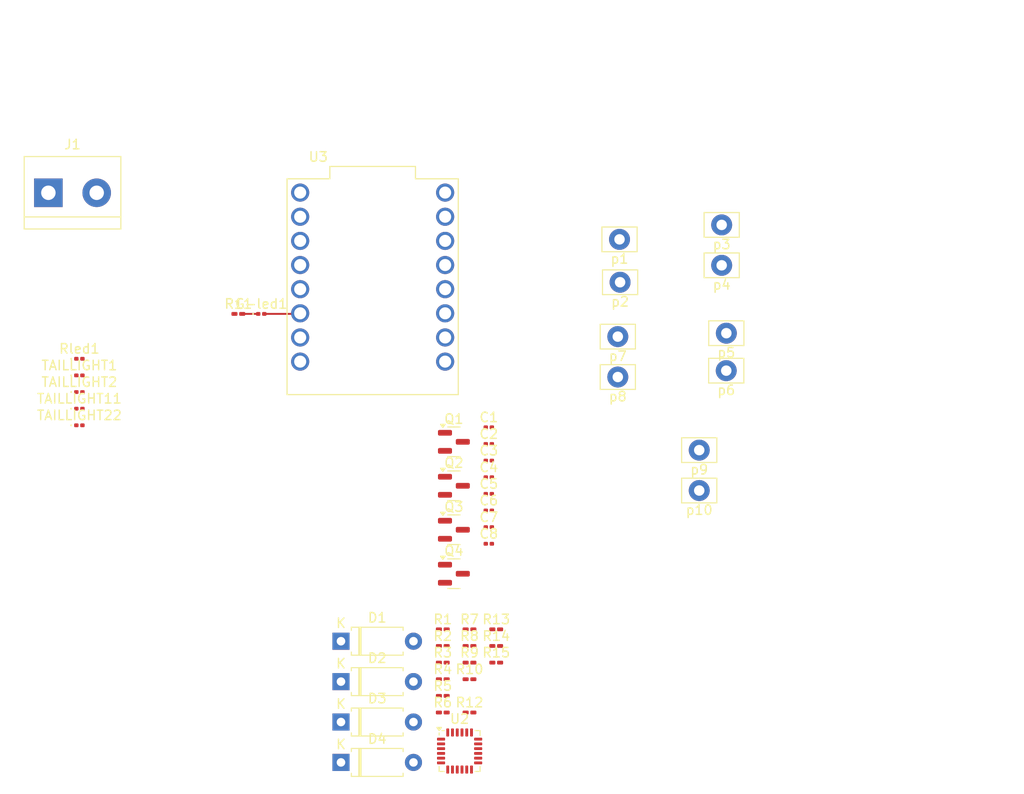
<source format=kicad_pcb>
(kicad_pcb (version 20240108) (generator "pcbnew") (generator_version "8.0")
  (layers (0 "F.Cu" signal) (31 "B.Cu" signal) (34 "B.Paste" user) (35 "F.Paste" user) (36 "B.SilkS" user "B.Silkscreen") (37 "F.SilkS" user "F.Silkscreen") (38 "B.Mask" user) (39 "F.Mask" user) (44 "Edge.Cuts" user))
  (net 0 "")
  (net 1 "/Bat +")
  (net 2 "Net-(D1-A)")
  (net 3 "Net-(D2-A)")
  (net 4 "Net-(D3-A)")
  (net 5 "Net-(D4-A)")
  (net 6 "+3.3V")
  (net 7 "GND")
  (net 8 "Net-(U2-CPOUT)")
  (net 9 "Net-(U2-REGOUT)")
  (net 10 "/Bat -")
  (net 11 "Net-(TAILLIGHT22-A)")
  (net 12 "Net-(Q1-G)")
  (net 13 "Net-(Q2-G)")
  (net 14 "Net-(Q3-G)")
  (net 15 "Net-(Q4-G)")
  (net 16 "Net-(Rled1-K)")
  (net 17 "Net-(U2-INT)")
  (net 18 "Net-(U2-SDA)")
  (net 19 "Net-(U2-SCL)")
  (net 20 "Net-(U3-GPIO1)")
  (net 21 "Net-(G-led1-K)")
  (net 22 "Net-(TAILLIGHT22-K)")
  (net 23 "Net-(TAILLIGHT11-K)")
  (net 24 "Net-(TAILLIGHT2-K)")
  (net 25 "Net-(TAILLIGHT1-K)")
  (net 40 "Net-(G-led1-A)")
  (net 44 "Net-(Rled1-A)")
  (footprint "Diode_THT:D_A-405_P7.62mm_Horizontal" (layer "F.Cu") (at 125.94 72.86)
    (property "Reference" "D1" (at 3.81 -2.47 0) (layer "F.SilkS"))
    (property "Value" "1n4148")
    (fp_line (start 1.09 -1.47) (end 6.53 -1.47) (stroke (width 0.12)) (layer "F.SilkS"))
    (fp_line (start 1.09 -1.14) (end 1.09 -1.47) (stroke (width 0.12)) (layer "F.SilkS"))
    (fp_line (start 1.09 1.14) (end 1.09 1.47) (stroke (width 0.12)) (layer "F.SilkS"))
    (fp_line (start 1.09 1.47) (end 6.53 1.47) (stroke (width 0.12)) (layer "F.SilkS"))
    (fp_line (start 1.87 -1.47) (end 1.87 1.47) (stroke (width 0.12)) (layer "F.SilkS"))
    (fp_line (start 1.99 -1.47) (end 1.99 1.47) (stroke (width 0.12)) (layer "F.SilkS"))
    (fp_line (start 2.11 -1.47) (end 2.11 1.47) (stroke (width 0.12)) (layer "F.SilkS"))
    (fp_line (start 6.53 -1.47) (end 6.53 -1.14) (stroke (width 0.12)) (layer "F.SilkS"))
    (fp_line (start 6.53 1.47) (end 6.53 1.14) (stroke (width 0.12)) (layer "F.SilkS"))
    (fp_text user "K" (at 0 -1.9 0) (layer "F.SilkS"))
    (pad "1" thru_hole rect (at 0 0) (size 1.8 1.8) (drill 0.9) (layers "*.Cu" "*.Mask") (net 1 "/Bat +"))
    (pad "2" thru_hole oval (at 7.62 0) (size 1.8 1.8) (drill 0.9) (layers "*.Cu" "*.Mask") (net 2 "Net-(D1-A)"))
  )
  (footprint "Resistor_SMD:R_0201_0603Metric_Pad0.64x0.40mm_HandSolder" (layer "F.Cu") (at 139.45 73.36)
    (property "Reference" "R8" (at 0 -1.05 0) (layer "F.SilkS"))
    (property "Value" "10K")
    (pad "1" smd roundrect (at -0.4075 0) (size 0.635 0.4) (layers "F.Cu" "F.Mask") (net 6 "+3.3V"))
    (pad "2" smd roundrect (at 0.4075 0) (size 0.635 0.4) (layers "F.Cu" "F.Mask") (net 19 "Net-(U2-SCL)"))
  )
  (footprint "Package_TO_SOT_SMD:SOT-23" (layer "F.Cu") (at 137.81 51.885)
    (property "Reference" "Q1" (at 0 -2.4 0) (layer "F.SilkS"))
    (property "Value" "Si2319CDS")
    (fp_line (start 0 -1.56) (end -0.65 -1.56) (stroke (width 0.12)) (layer "F.SilkS"))
    (fp_line (start 0 -1.56) (end 0.65 -1.56) (stroke (width 0.12)) (layer "F.SilkS"))
    (fp_line (start 0 1.56) (end -0.65 1.56) (stroke (width 0.12)) (layer "F.SilkS"))
    (fp_line (start 0 1.56) (end 0.65 1.56) (stroke (width 0.12)) (layer "F.SilkS"))
    (fp_poly (pts (xy -1.1625 -1.51) (xy -1.4025 -1.84) (xy -0.9225 -1.84) (xy -1.1625 -1.51)) (stroke (width 0.12)) (fill solid) (layer "F.SilkS"))
    (pad "1" smd roundrect (at -0.9375 -0.95) (size 1.475 0.6) (layers "F.Cu" "F.Paste" "F.Mask") (net 12 "Net-(Q1-G)"))
    (pad "2" smd roundrect (at -0.9375 0.95) (size 1.475 0.6) (layers "F.Cu" "F.Paste" "F.Mask") (net 7 "GND"))
    (pad "3" smd roundrect (at 0.9375 0) (size 1.475 0.6) (layers "F.Cu" "F.Paste" "F.Mask") (net 2 "Net-(D1-A)"))
  )
  (footprint "ESP32-C3_SUPERMINI_TH:MODULE_ESP32-C3_SUPERMINI" (layer "F.Cu") (at 129.27 35.57)
    (property "Reference" "U3" (at -5.715 -13.6525 0) (layer "F.SilkS"))
    (property "Value" "ESP32-C3_SUPERMINI_TH")
    (fp_line (start -9 11.35) (end -9 -11.35) (stroke (width 0.127)) (layer "F.SilkS"))
    (fp_line (start -4.5 -12.65) (end -4.5 -11.35) (stroke (width 0.127)) (layer "F.SilkS"))
    (fp_line (start -4.5 -11.35) (end -9 -11.35) (stroke (width 0.127)) (layer "F.SilkS"))
    (fp_line (start 4.5 -12.65) (end -4.5 -12.65) (stroke (width 0.127)) (layer "F.SilkS"))
    (fp_line (start 4.5 -12.65) (end 4.5 -11.35) (stroke (width 0.127)) (layer "F.SilkS"))
    (fp_line (start 9 -11.35) (end 4.5 -11.35) (stroke (width 0.127)) (layer "F.SilkS"))
    (fp_line (start 9 11.35) (end -9 11.35) (stroke (width 0.127)) (layer "F.SilkS"))
    (fp_line (start 9 11.35) (end 9 -11.35) (stroke (width 0.127)) (layer "F.SilkS"))
    (pad "0" thru_hole circle (at 7.62 7.88) (size 1.905 1.905) (drill 1.27) (layers "*.Cu" "*.Mask") (net 15 "Net-(Q4-G)"))
    (pad "1" thru_hole circle (at 7.62 5.34) (size 1.905 1.905) (drill 1.27) (layers "*.Cu" "*.Mask") (net 20 "Net-(U3-GPIO1)"))
    (pad "2" thru_hole circle (at 7.62 2.8) (size 1.905 1.905) (drill 1.27) (layers "*.Cu" "*.Mask") (net 14 "Net-(Q3-G)"))
    (pad "3" thru_hole circle (at 7.62 0.26) (size 1.905 1.905) (drill 1.27) (layers "*.Cu" "*.Mask") (net 13 "Net-(Q2-G)"))
    (pad "3.3" thru_hole circle (at 7.62 -4.82) (size 1.905 1.905) (drill 1.27) (layers "*.Cu" "*.Mask") (net 6 "+3.3V"))
    (pad "4" thru_hole circle (at 7.62 -2.28) (size 1.905 1.905) (drill 1.27) (layers "*.Cu" "*.Mask") (net 18 "Net-(U2-SDA)"))
    (pad "5" thru_hole circle (at -7.62 -9.9) (size 1.905 1.905) (drill 1.27) (layers "*.Cu" "*.Mask") (net 19 "Net-(U2-SCL)"))
    (pad "5V" thru_hole circle (at 7.62 -9.9) (size 1.905 1.905) (drill 1.27) (layers "*.Cu" "*.Mask"))
    (pad "6" thru_hole circle (at -7.62 -7.36) (size 1.905 1.905) (drill 1.27) (layers "*.Cu" "*.Mask"))
    (pad "7" thru_hole circle (at -7.62 -4.82) (size 1.905 1.905) (drill 1.27) (layers "*.Cu" "*.Mask"))
    (pad "8" thru_hole circle (at -7.62 -2.28) (size 1.905 1.905) (drill 1.27) (layers "*.Cu" "*.Mask") (net 12 "Net-(Q1-G)"))
    (pad "9" thru_hole circle (at -7.62 0.26) (size 1.905 1.905) (drill 1.27) (layers "*.Cu" "*.Mask"))
    (pad "10" thru_hole circle (at -7.62 2.8) (size 1.905 1.905) (drill 1.27) (layers "*.Cu" "*.Mask") (net 40 "Net-(G-led1-A)"))
    (pad "20" thru_hole circle (at -7.62 5.34) (size 1.905 1.905) (drill 1.27) (layers "*.Cu" "*.Mask"))
    (pad "21" thru_hole circle (at -7.62 7.88) (size 1.905 1.905) (drill 1.27) (layers "*.Cu" "*.Mask") (net 44 "Net-(Rled1-A)"))
    (pad "G" thru_hole circle (at 7.62 -7.36) (size 1.905 1.905) (drill 1.27) (layers "*.Cu" "*.Mask") (net 7 "GND"))
  )
  (footprint "Resistor_SMD:R_0201_0603Metric_Pad0.64x0.40mm_HandSolder" (layer "F.Cu") (at 136.64 71.61)
    (property "Reference" "R1" (at 0 -1.05 0) (layer "F.SilkS"))
    (property "Value" "10k")
    (pad "1" smd roundrect (at -0.4075 0) (size 0.635 0.4) (layers "F.Cu" "F.Mask") (net 12 "Net-(Q1-G)"))
    (pad "2" smd roundrect (at 0.4075 0) (size 0.635 0.4) (layers "F.Cu" "F.Mask") (net 7 "GND"))
  )
  (footprint "Capacitor_SMD:C_0201_0603Metric" (layer "F.Cu") (at 141.48 60.86)
    (property "Reference" "C7" (at 0 -1.05 0) (layer "F.SilkS"))
    (property "Value" "0.1UF")
    (pad "1" smd roundrect (at -0.32 0) (size 0.46 0.4) (layers "F.Cu" "F.Mask") (net 7 "GND"))
    (pad "2" smd roundrect (at 0.32 0) (size 0.46 0.4) (layers "F.Cu" "F.Mask") (net 9 "Net-(U2-REGOUT)"))
  )
  (footprint "Capacitor_SMD:C_0201_0603Metric" (layer "F.Cu") (at 141.48 52.11)
    (property "Reference" "C2" (at 0 -1.05 0) (layer "F.SilkS"))
    (property "Value" "100nf")
    (pad "1" smd roundrect (at -0.32 0) (size 0.46 0.4) (layers "F.Cu" "F.Mask") (net 3 "Net-(D2-A)"))
    (pad "2" smd roundrect (at 0.32 0) (size 0.46 0.4) (layers "F.Cu" "F.Mask") (net 1 "/Bat +"))
  )
  (footprint "Diode_THT:D_A-405_P7.62mm_Horizontal" (layer "F.Cu") (at 125.94 81.36)
    (property "Reference" "D3" (at 3.81 -2.47 0) (layer "F.SilkS"))
    (property "Value" "1n4148")
    (fp_line (start 1.09 -1.47) (end 6.53 -1.47) (stroke (width 0.12)) (layer "F.SilkS"))
    (fp_line (start 1.09 -1.14) (end 1.09 -1.47) (stroke (width 0.12)) (layer "F.SilkS"))
    (fp_line (start 1.09 1.14) (end 1.09 1.47) (stroke (width 0.12)) (layer "F.SilkS"))
    (fp_line (start 1.09 1.47) (end 6.53 1.47) (stroke (width 0.12)) (layer "F.SilkS"))
    (fp_line (start 1.87 -1.47) (end 1.87 1.47) (stroke (width 0.12)) (layer "F.SilkS"))
    (fp_line (start 1.99 -1.47) (end 1.99 1.47) (stroke (width 0.12)) (layer "F.SilkS"))
    (fp_line (start 2.11 -1.47) (end 2.11 1.47) (stroke (width 0.12)) (layer "F.SilkS"))
    (fp_line (start 6.53 -1.47) (end 6.53 -1.14) (stroke (width 0.12)) (layer "F.SilkS"))
    (fp_line (start 6.53 1.47) (end 6.53 1.14) (stroke (width 0.12)) (layer "F.SilkS"))
    (fp_text user "K" (at 0 -1.9 0) (layer "F.SilkS"))
    (pad "1" thru_hole rect (at 0 0) (size 1.8 1.8) (drill 0.9) (layers "*.Cu" "*.Mask") (net 1 "/Bat +"))
    (pad "2" thru_hole oval (at 7.62 0) (size 1.8 1.8) (drill 0.9) (layers "*.Cu" "*.Mask") (net 4 "Net-(D3-A)"))
  )
  (footprint "Capacitor_SMD:C_0201_0603Metric" (layer "F.Cu") (at 141.48 55.61)
    (property "Reference" "C4" (at 0 -1.05 0) (layer "F.SilkS"))
    (property "Value" "100nf")
    (pad "1" smd roundrect (at -0.32 0) (size 0.46 0.4) (layers "F.Cu" "F.Mask") (net 5 "Net-(D4-A)"))
    (pad "2" smd roundrect (at 0.32 0) (size 0.46 0.4) (layers "F.Cu" "F.Mask") (net 1 "/Bat +"))
  )
  (footprint "Resistor_SMD:R_0201_0603Metric_Pad0.64x0.40mm_HandSolder" (layer "F.Cu") (at 139.45 75.11)
    (property "Reference" "R9" (at 0 -1.05 0) (layer "F.SilkS"))
    (property "Value" "10K")
    (pad "1" smd roundrect (at -0.4075 0) (size 0.635 0.4) (layers "F.Cu" "F.Mask") (net 1 "/Bat +"))
    (pad "2" smd roundrect (at 0.4075 0) (size 0.635 0.4) (layers "F.Cu" "F.Mask") (net 20 "Net-(U3-GPIO1)"))
  )
  (footprint "LED_SMD:LED_0201_0603Metric" (layer "F.Cu") (at 98.44 43.15)
    (property "Reference" "Rled1" (at 0 -1.05 0) (layer "F.SilkS"))
    (property "Value" "LED")
    (fp_circle (center -0.86 0) (end -0.81 0) (stroke (width 0.1)) (fill none) (layer "F.SilkS"))
    (pad "1" smd roundrect (at -0.32 0) (size 0.46 0.4) (layers "F.Cu" "F.Mask") (net 16 "Net-(Rled1-K)"))
    (pad "2" smd roundrect (at 0.32 0) (size 0.46 0.4) (layers "F.Cu" "F.Mask") (net 44 "Net-(Rled1-A)"))
  )
  (footprint "Connector_Pin:Pin_D1.1mm_L10.2mm_W3.5mm_Flat" (layer "F.Cu") (at 155.04 45.07)
    (property "Reference" "p8" (at 0 2.05 0) (layer "F.SilkS"))
    (property "Value" "TestPoint")
    (fp_line (start -1.85 -1.3) (end -1.85 1.3) (stroke (width 0.12)) (layer "F.SilkS"))
    (fp_line (start -1.85 -1.3) (end 1.85 -1.3) (stroke (width 0.12)) (layer "F.SilkS"))
    (fp_line (start 1.85 -1.3) (end 1.85 1.3) (stroke (width 0.12)) (layer "F.SilkS"))
    (fp_line (start 1.85 1.3) (end -1.85 1.3) (stroke (width 0.12)) (layer "F.SilkS"))
    (pad "1" thru_hole circle (at 0 0) (size 2.2 2.2) (drill 1.1) (layers "*.Cu" "*.Mask") (net 1 "/Bat +"))
  )
  (footprint "Connector_Pin:Pin_D1.1mm_L10.2mm_W3.5mm_Flat" (layer "F.Cu") (at 165.96 29.07)
    (property "Reference" "p3" (at 0 2.05 0) (layer "F.SilkS"))
    (property "Value" "TestPoint")
    (fp_line (start -1.85 -1.3) (end -1.85 1.3) (stroke (width 0.12)) (layer "F.SilkS"))
    (fp_line (start -1.85 -1.3) (end 1.85 -1.3) (stroke (width 0.12)) (layer "F.SilkS"))
    (fp_line (start 1.85 -1.3) (end 1.85 1.3) (stroke (width 0.12)) (layer "F.SilkS"))
    (fp_line (start 1.85 1.3) (end -1.85 1.3) (stroke (width 0.12)) (layer "F.SilkS"))
    (pad "1" thru_hole circle (at 0 0) (size 2.2 2.2) (drill 1.1) (layers "*.Cu" "*.Mask") (net 3 "Net-(D2-A)"))
  )
  (footprint "Connector_Pin:Pin_D1.1mm_L10.2mm_W3.5mm_Flat" (layer "F.Cu") (at 155.28 35.1)
    (property "Reference" "p2" (at 0 2.05 0) (layer "F.SilkS"))
    (property "Value" "TestPoint")
    (fp_line (start -1.85 -1.3) (end -1.85 1.3) (stroke (width 0.12)) (layer "F.SilkS"))
    (fp_line (start -1.85 -1.3) (end 1.85 -1.3) (stroke (width 0.12)) (layer "F.SilkS"))
    (fp_line (start 1.85 -1.3) (end 1.85 1.3) (stroke (width 0.12)) (layer "F.SilkS"))
    (fp_line (start 1.85 1.3) (end -1.85 1.3) (stroke (width 0.12)) (layer "F.SilkS"))
    (pad "1" thru_hole circle (at 0 0) (size 2.2 2.2) (drill 1.1) (layers "*.Cu" "*.Mask") (net 2 "Net-(D1-A)"))
  )
  (footprint "Resistor_SMD:R_0201_0603Metric_Pad0.64x0.40mm_HandSolder" (layer "F.Cu") (at 136.64 78.61)
    (property "Reference" "R5" (at 0 -1.05 0) (layer "F.SilkS"))
    (property "Value" "220")
    (pad "1" smd roundrect (at -0.4075 0) (size 0.635 0.4) (layers "F.Cu" "F.Mask") (net 7 "GND"))
    (pad "2" smd roundrect (at 0.4075 0) (size 0.635 0.4) (layers "F.Cu" "F.Mask") (net 16 "Net-(Rled1-K)"))
  )
  (footprint "Capacitor_SMD:C_0201_0603Metric" (layer "F.Cu") (at 141.48 53.86)
    (property "Reference" "C3" (at 0 -1.05 0) (layer "F.SilkS"))
    (property "Value" "100nf")
    (pad "1" smd roundrect (at -0.32 0) (size 0.46 0.4) (layers "F.Cu" "F.Mask") (net 4 "Net-(D3-A)"))
    (pad "2" smd roundrect (at 0.32 0) (size 0.46 0.4) (layers "F.Cu" "F.Mask") (net 1 "/Bat +"))
  )
  (footprint "Connector_Pin:Pin_D1.1mm_L10.2mm_W3.5mm_Flat" (layer "F.Cu") (at 155.22 30.59)
    (property "Reference" "p1" (at 0 2.05 0) (layer "F.SilkS"))
    (property "Value" "TestPoint")
    (fp_line (start -1.85 -1.3) (end -1.85 1.3) (stroke (width 0.12)) (layer "F.SilkS"))
    (fp_line (start -1.85 -1.3) (end 1.85 -1.3) (stroke (width 0.12)) (layer "F.SilkS"))
    (fp_line (start 1.85 -1.3) (end 1.85 1.3) (stroke (width 0.12)) (layer "F.SilkS"))
    (fp_line (start 1.85 1.3) (end -1.85 1.3) (stroke (width 0.12)) (layer "F.SilkS"))
    (pad "1" thru_hole circle (at 0 0) (size 2.2 2.2) (drill 1.1) (layers "*.Cu" "*.Mask") (net 1 "/Bat +"))
  )
  (footprint "Resistor_SMD:R_0201_0603Metric_Pad0.64x0.40mm_HandSolder" (layer "F.Cu") (at 142.26 75.11)
    (property "Reference" "R15" (at 0 -1.05 0) (layer "F.SilkS"))
    (property "Value" "150")
    (pad "1" smd roundrect (at -0.4075 0) (size 0.635 0.4) (layers "F.Cu" "F.Mask") (net 7 "GND"))
    (pad "2" smd roundrect (at 0.4075 0) (size 0.635 0.4) (layers "F.Cu" "F.Mask") (net 25 "Net-(TAILLIGHT1-K)"))
  )
  (footprint "Connector_Pin:Pin_D1.1mm_L10.2mm_W3.5mm_Flat" (layer "F.Cu") (at 163.6 57.01)
    (property "Reference" "p10" (at 0 2.05 0) (layer "F.SilkS"))
    (property "Value" "TestPoint")
    (fp_line (start -1.85 -1.3) (end -1.85 1.3) (stroke (width 0.12)) (layer "F.SilkS"))
    (fp_line (start -1.85 -1.3) (end 1.85 -1.3) (stroke (width 0.12)) (layer "F.SilkS"))
    (fp_line (start 1.85 -1.3) (end 1.85 1.3) (stroke (width 0.12)) (layer "F.SilkS"))
    (fp_line (start 1.85 1.3) (end -1.85 1.3) (stroke (width 0.12)) (layer "F.SilkS"))
    (pad "1" thru_hole circle (at 0 0) (size 2.2 2.2) (drill 1.1) (layers "*.Cu" "*.Mask") (net 6 "+3.3V"))
  )
  (footprint "Sensor_Motion:InvenSense_QFN-24_4x4mm_P0.5mm" (layer "F.Cu") (at 138.41 84.41)
    (property "Reference" "U2" (at 0 -3.375 0) (layer "F.SilkS"))
    (property "Value" "MPU-6050")
    (fp_line (start -2.15 -1.685) (end -2.15 -1.91) (stroke (width 0.12)) (layer "F.SilkS"))
    (fp_line (start -2.15 2.15) (end -2.15 1.625) (stroke (width 0.12)) (layer "F.SilkS"))
    (fp_line (start -2.15 2.15) (end -1.625 2.15) (stroke (width 0.12)) (layer "F.SilkS"))
    (fp_line (start -1.625 -2.15) (end -1.85 -2.15) (stroke (width 0.12)) (layer "F.SilkS"))
    (fp_line (start 2.15 -2.15) (end 1.625 -2.15) (stroke (width 0.12)) (layer "F.SilkS"))
    (fp_line (start 2.15 -2.15) (end 2.15 -1.625) (stroke (width 0.12)) (layer "F.SilkS"))
    (fp_line (start 2.15 2.15) (end 1.625 2.15) (stroke (width 0.12)) (layer "F.SilkS"))
    (fp_line (start 2.15 2.15) (end 2.15 1.625) (stroke (width 0.12)) (layer "F.SilkS"))
    (fp_poly (pts (xy -2.15 -2.15) (xy -2.39 -2.48) (xy -1.91 -2.48) (xy -2.15 -2.15)) (stroke (width 0.12)) (fill solid) (layer "F.SilkS"))
    (pad "1" smd roundrect (at -1.95 -1.25) (size 0.85 0.3) (layers "F.Cu" "F.Paste" "F.Mask") (net 7 "GND"))
    (pad "2" smd roundrect (at -1.95 -0.75) (size 0.85 0.3) (layers "F.Cu" "F.Paste" "F.Mask"))
    (pad "3" smd roundrect (at -1.95 -0.25) (size 0.85 0.3) (layers "F.Cu" "F.Paste" "F.Mask"))
    (pad "4" smd roundrect (at -1.95 0.25) (size 0.85 0.3) (layers "F.Cu" "F.Paste" "F.Mask"))
    (pad "5" smd roundrect (at -1.95 0.75) (size 0.85 0.3) (layers "F.Cu" "F.Paste" "F.Mask"))
    (pad "6" smd roundrect (at -1.95 1.25) (size 0.85 0.3) (layers "F.Cu" "F.Paste" "F.Mask"))
    (pad "7" smd roundrect (at -1.25 1.95 90) (size 0.85 0.3) (layers "F.Cu" "F.Paste" "F.Mask"))
    (pad "8" smd roundrect (at -0.75 1.95 90) (size 0.85 0.3) (layers "F.Cu" "F.Paste" "F.Mask") (net 6 "+3.3V"))
    (pad "9" smd roundrect (at -0.25 1.95 90) (size 0.85 0.3) (layers "F.Cu" "F.Paste" "F.Mask") (net 7 "GND"))
    (pad "10" smd roundrect (at 0.25 1.95 90) (size 0.85 0.3) (layers "F.Cu" "F.Paste" "F.Mask") (net 9 "Net-(U2-REGOUT)"))
    (pad "11" smd roundrect (at 0.75 1.95 90) (size 0.85 0.3) (layers "F.Cu" "F.Paste" "F.Mask") (net 7 "GND"))
    (pad "12" smd roundrect (at 1.25 1.95 90) (size 0.85 0.3) (layers "F.Cu" "F.Paste" "F.Mask") (net 17 "Net-(U2-INT)"))
    (pad "13" smd roundrect (at 1.95 1.25) (size 0.85 0.3) (layers "F.Cu" "F.Paste" "F.Mask") (net 6 "+3.3V"))
    (pad "14" smd roundrect (at 1.95 0.75) (size 0.85 0.3) (layers "F.Cu" "F.Paste" "F.Mask"))
    (pad "15" smd roundrect (at 1.95 0.25) (size 0.85 0.3) (layers "F.Cu" "F.Paste" "F.Mask"))
    (pad "16" smd roundrect (at 1.95 -0.25) (size 0.85 0.3) (layers "F.Cu" "F.Paste" "F.Mask"))
    (pad "17" smd roundrect (at 1.95 -0.75) (size 0.85 0.3) (layers "F.Cu" "F.Paste" "F.Mask"))
    (pad "18" smd roundrect (at 1.95 -1.25) (size 0.85 0.3) (layers "F.Cu" "F.Paste" "F.Mask") (net 7 "GND"))
    (pad "19" smd roundrect (at 1.25 -1.95 90) (size 0.85 0.3) (layers "F.Cu" "F.Paste" "F.Mask"))
    (pad "20" smd roundrect (at 0.75 -1.95 90) (size 0.85 0.3) (layers "F.Cu" "F.Paste" "F.Mask") (net 8 "Net-(U2-CPOUT)"))
    (pad "21" smd roundrect (at 0.25 -1.95 90) (size 0.85 0.3) (layers "F.Cu" "F.Paste" "F.Mask"))
    (pad "22" smd roundrect (at -0.25 -1.95 90) (size 0.85 0.3) (layers "F.Cu" "F.Paste" "F.Mask"))
    (pad "23" smd roundrect (at -0.75 -1.95 90) (size 0.85 0.3) (layers "F.Cu" "F.Paste" "F.Mask") (net 19 "Net-(U2-SCL)"))
    (pad "24" smd roundrect (at -1.25 -1.95 90) (size 0.85 0.3) (layers "F.Cu" "F.Paste" "F.Mask") (net 18 "Net-(U2-SDA)"))
  )
  (footprint "Resistor_SMD:R_0201_0603Metric_Pad0.64x0.40mm_HandSolder" (layer "F.Cu") (at 136.64 73.36)
    (property "Reference" "R2" (at 0 -1.05 0) (layer "F.SilkS"))
    (property "Value" "10k")
    (pad "1" smd roundrect (at -0.4075 0) (size 0.635 0.4) (layers "F.Cu" "F.Mask") (net 13 "Net-(Q2-G)"))
    (pad "2" smd roundrect (at 0.4075 0) (size 0.635 0.4) (layers "F.Cu" "F.Mask") (net 7 "GND"))
  )
  (footprint "Capacitor_SMD:C_0201_0603Metric" (layer "F.Cu") (at 141.48 50.36)
    (property "Reference" "C1" (at 0 -1.05 0) (layer "F.SilkS"))
    (property "Value" "100nf")
    (pad "1" smd roundrect (at -0.32 0) (size 0.46 0.4) (layers "F.Cu" "F.Mask") (net 2 "Net-(D1-A)"))
    (pad "2" smd roundrect (at 0.32 0) (size 0.46 0.4) (layers "F.Cu" "F.Mask") (net 1 "/Bat +"))
  )
  (footprint "LED_SMD:LED_0201_0603Metric" (layer "F.Cu") (at 98.44 50.15)
    (property "Reference" "TAILLIGHT22" (at 0 -1.05 0) (layer "F.SilkS"))
    (property "Value" "LED")
    (fp_circle (center -0.86 0) (end -0.81 0) (stroke (width 0.1)) (fill none) (layer "F.SilkS"))
    (pad "1" smd roundrect (at -0.32 0) (size 0.46 0.4) (layers "F.Cu" "F.Mask") (net 22 "Net-(TAILLIGHT22-K)"))
    (pad "2" smd roundrect (at 0.32 0) (size 0.46 0.4) (layers "F.Cu" "F.Mask") (net 11 "Net-(TAILLIGHT22-A)"))
  )
  (footprint "Resistor_SMD:R_0201_0603Metric_Pad0.64x0.40mm_HandSolder" (layer "F.Cu") (at 139.45 71.61)
    (property "Reference" "R7" (at 0 -1.05 0) (layer "F.SilkS"))
    (property "Value" "10K")
    (pad "1" smd roundrect (at -0.4075 0) (size 0.635 0.4) (layers "F.Cu" "F.Mask") (net 6 "+3.3V"))
    (pad "2" smd roundrect (at 0.4075 0) (size 0.635 0.4) (layers "F.Cu" "F.Mask") (net 18 "Net-(U2-SDA)"))
  )
  (footprint "TerminalBlock:TerminalBlock_bornier-2_P5.08mm" (layer "F.Cu") (at 95.18 25.69)
    (property "Reference" "J1" (at 2.54 -5.08 0) (layer "F.SilkS"))
    (property "Value" "conector de bateria")
    (fp_line (start -2.54 -3.81) (end -2.54 3.81) (stroke (width 0.12)) (layer "F.SilkS"))
    (fp_line (start -2.54 3.81) (end 7.62 3.81) (stroke (width 0.12)) (layer "F.SilkS"))
    (fp_line (start 7.62 -3.81) (end -2.54 -3.81) (stroke (width 0.12)) (layer "F.SilkS"))
    (fp_line (start 7.62 2.54) (end -2.54 2.54) (stroke (width 0.12)) (layer "F.SilkS"))
    (fp_line (start 7.62 3.81) (end 7.62 -3.81) (stroke (width 0.12)) (layer "F.SilkS"))
    (pad "1" thru_hole rect (at 0 0) (size 3 3) (drill 1.52) (layers "*.Cu" "*.Mask") (net 10 "/Bat -"))
    (pad "2" thru_hole circle (at 5.08 0) (size 3 3) (drill 1.52) (layers "*.Cu" "*.Mask") (net 1 "/Bat +"))
  )
  (footprint "Package_TO_SOT_SMD:SOT-23" (layer "F.Cu") (at 137.81 61.135)
    (property "Reference" "Q3" (at 0 -2.4 0) (layer "F.SilkS"))
    (property "Value" "Si2319CDS")
    (fp_line (start 0 -1.56) (end -0.65 -1.56) (stroke (width 0.12)) (layer "F.SilkS"))
    (fp_line (start 0 -1.56) (end 0.65 -1.56) (stroke (width 0.12)) (layer "F.SilkS"))
    (fp_line (start 0 1.56) (end -0.65 1.56) (stroke (width 0.12)) (layer "F.SilkS"))
    (fp_line (start 0 1.56) (end 0.65 1.56) (stroke (width 0.12)) (layer "F.SilkS"))
    (fp_poly (pts (xy -1.1625 -1.51) (xy -1.4025 -1.84) (xy -0.9225 -1.84) (xy -1.1625 -1.51)) (stroke (width 0.12)) (fill solid) (layer "F.SilkS"))
    (pad "1" smd roundrect (at -0.9375 -0.95) (size 1.475 0.6) (layers "F.Cu" "F.Paste" "F.Mask") (net 14 "Net-(Q3-G)"))
    (pad "2" smd roundrect (at -0.9375 0.95) (size 1.475 0.6) (layers "F.Cu" "F.Paste" "F.Mask") (net 7 "GND"))
    (pad "3" smd roundrect (at 0.9375 0) (size 1.475 0.6) (layers "F.Cu" "F.Paste" "F.Mask") (net 4 "Net-(D3-A)"))
  )
  (footprint "Connector_Pin:Pin_D1.1mm_L10.2mm_W3.5mm_Flat" (layer "F.Cu") (at 165.96 33.32)
    (property "Reference" "p4" (at 0 2.05 0) (layer "F.SilkS"))
    (property "Value" "TestPoint")
    (fp_line (start -1.85 -1.3) (end -1.85 1.3) (stroke (width 0.12)) (layer "F.SilkS"))
    (fp_line (start -1.85 -1.3) (end 1.85 -1.3) (stroke (width 0.12)) (layer "F.SilkS"))
    (fp_line (start 1.85 -1.3) (end 1.85 1.3) (stroke (width 0.12)) (layer "F.SilkS"))
    (fp_line (start 1.85 1.3) (end -1.85 1.3) (stroke (width 0.12)) (layer "F.SilkS"))
    (pad "1" thru_hole circle (at 0 0) (size 2.2 2.2) (drill 1.1) (layers "*.Cu" "*.Mask") (net 1 "/Bat +"))
  )
  (footprint "Package_TO_SOT_SMD:SOT-23" (layer "F.Cu") (at 137.81 65.76)
    (property "Reference" "Q4" (at 0 -2.4 0) (layer "F.SilkS"))
    (property "Value" "Si2319CDS")
    (fp_line (start 0 -1.56) (end -0.65 -1.56) (stroke (width 0.12)) (layer "F.SilkS"))
    (fp_line (start 0 -1.56) (end 0.65 -1.56) (stroke (width 0.12)) (layer "F.SilkS"))
    (fp_line (start 0 1.56) (end -0.65 1.56) (stroke (width 0.12)) (layer "F.SilkS"))
    (fp_line (start 0 1.56) (end 0.65 1.56) (stroke (width 0.12)) (layer "F.SilkS"))
    (fp_poly (pts (xy -1.1625 -1.51) (xy -1.4025 -1.84) (xy -0.9225 -1.84) (xy -1.1625 -1.51)) (stroke (width 0.12)) (fill solid) (layer "F.SilkS"))
    (pad "1" smd roundrect (at -0.9375 -0.95) (size 1.475 0.6) (layers "F.Cu" "F.Paste" "F.Mask") (net 15 "Net-(Q4-G)"))
    (pad "2" smd roundrect (at -0.9375 0.95) (size 1.475 0.6) (layers "F.Cu" "F.Paste" "F.Mask") (net 7 "GND"))
    (pad "3" smd roundrect (at 0.9375 0) (size 1.475 0.6) (layers "F.Cu" "F.Paste" "F.Mask") (net 5 "Net-(D4-A)"))
  )
  (footprint "Diode_THT:D_A-405_P7.62mm_Horizontal" (layer "F.Cu") (at 125.94 77.11)
    (property "Reference" "D2" (at 3.81 -2.47 0) (layer "F.SilkS"))
    (property "Value" "1n4148")
    (fp_line (start 1.09 -1.47) (end 6.53 -1.47) (stroke (width 0.12)) (layer "F.SilkS"))
    (fp_line (start 1.09 -1.14) (end 1.09 -1.47) (stroke (width 0.12)) (layer "F.SilkS"))
    (fp_line (start 1.09 1.14) (end 1.09 1.47) (stroke (width 0.12)) (layer "F.SilkS"))
    (fp_line (start 1.09 1.47) (end 6.53 1.47) (stroke (width 0.12)) (layer "F.SilkS"))
    (fp_line (start 1.87 -1.47) (end 1.87 1.47) (stroke (width 0.12)) (layer "F.SilkS"))
    (fp_line (start 1.99 -1.47) (end 1.99 1.47) (stroke (width 0.12)) (layer "F.SilkS"))
    (fp_line (start 2.11 -1.47) (end 2.11 1.47) (stroke (width 0.12)) (layer "F.SilkS"))
    (fp_line (start 6.53 -1.47) (end 6.53 -1.14) (stroke (width 0.12)) (layer "F.SilkS"))
    (fp_line (start 6.53 1.47) (end 6.53 1.14) (stroke (width 0.12)) (layer "F.SilkS"))
    (fp_text user "K" (at 0 -1.9 0) (layer "F.SilkS"))
    (pad "1" thru_hole rect (at 0 0) (size 1.8 1.8) (drill 0.9) (layers "*.Cu" "*.Mask") (net 1 "/Bat +"))
    (pad "2" thru_hole oval (at 7.62 0) (size 1.8 1.8) (drill 0.9) (layers "*.Cu" "*.Mask") (net 3 "Net-(D2-A)"))
  )
  (footprint "Diode_THT:D_A-405_P7.62mm_Horizontal" (layer "F.Cu") (at 125.94 85.61)
    (property "Reference" "D4" (at 3.81 -2.47 0) (layer "F.SilkS"))
    (property "Value" "1n4148")
    (fp_line (start 1.09 -1.47) (end 6.53 -1.47) (stroke (width 0.12)) (layer "F.SilkS"))
    (fp_line (start 1.09 -1.14) (end 1.09 -1.47) (stroke (width 0.12)) (layer "F.SilkS"))
    (fp_line (start 1.09 1.14) (end 1.09 1.47) (stroke (width 0.12)) (layer "F.SilkS"))
    (fp_line (start 1.09 1.47) (end 6.53 1.47) (stroke (width 0.12)) (layer "F.SilkS"))
    (fp_line (start 1.87 -1.47) (end 1.87 1.47) (stroke (width 0.12)) (layer "F.SilkS"))
    (fp_line (start 1.99 -1.47) (end 1.99 1.47) (stroke (width 0.12)) (layer "F.SilkS"))
    (fp_line (start 2.11 -1.47) (end 2.11 1.47) (stroke (width 0.12)) (layer "F.SilkS"))
    (fp_line (start 6.53 -1.47) (end 6.53 -1.14) (stroke (width 0.12)) (layer "F.SilkS"))
    (fp_line (start 6.53 1.47) (end 6.53 1.14) (stroke (width 0.12)) (layer "F.SilkS"))
    (fp_text user "K" (at 0 -1.9 0) (layer "F.SilkS"))
    (pad "1" thru_hole rect (at 0 0) (size 1.8 1.8) (drill 0.9) (layers "*.Cu" "*.Mask") (net 1 "/Bat +"))
    (pad "2" thru_hole oval (at 7.62 0) (size 1.8 1.8) (drill 0.9) (layers "*.Cu" "*.Mask") (net 5 "Net-(D4-A)"))
  )
  (footprint "Capacitor_SMD:C_0201_0603Metric" (layer "F.Cu") (at 141.48 62.61)
    (property "Reference" "C8" (at 0 -1.05 0) (layer "F.SilkS"))
    (property "Value" "0.1UF")
    (pad "1" smd roundrect (at -0.32 0) (size 0.46 0.4) (layers "F.Cu" "F.Mask") (net 7 "GND"))
    (pad "2" smd roundrect (at 0.32 0) (size 0.46 0.4) (layers "F.Cu" "F.Mask") (net 6 "+3.3V"))
  )
  (footprint "Capacitor_SMD:C_0201_0603Metric" (layer "F.Cu") (at 141.48 57.36)
    (property "Reference" "C5" (at 0 -1.05 0) (layer "F.SilkS"))
    (property "Value" "100nf")
    (pad "1" smd roundrect (at -0.32 0) (size 0.46 0.4) (layers "F.Cu" "F.Mask") (net 6 "+3.3V"))
    (pad "2" smd roundrect (at 0.32 0) (size 0.46 0.4) (layers "F.Cu" "F.Mask") (net 7 "GND"))
  )
  (footprint "Capacitor_SMD:C_0201_0603Metric" (layer "F.Cu") (at 141.48 59.11)
    (property "Reference" "C6" (at 0 -1.05 0) (layer "F.SilkS"))
    (property "Value" "0.01UF")
    (pad "1" smd roundrect (at -0.32 0) (size 0.46 0.4) (layers "F.Cu" "F.Mask") (net 7 "GND"))
    (pad "2" smd roundrect (at 0.32 0) (size 0.46 0.4) (layers "F.Cu" "F.Mask") (net 8 "Net-(U2-CPOUT)"))
  )
  (footprint "Resistor_SMD:R_0201_0603Metric_Pad0.64x0.40mm_HandSolder" (layer "F.Cu") (at 136.64 76.86)
    (property "Reference" "R4" (at 0 -1.05 0) (layer "F.SilkS"))
    (property "Value" "10k")
    (pad "1" smd roundrect (at -0.4075 0) (size 0.635 0.4) (layers "F.Cu" "F.Mask") (net 15 "Net-(Q4-G)"))
    (pad "2" smd roundrect (at 0.4075 0) (size 0.635 0.4) (layers "F.Cu" "F.Mask") (net 7 "GND"))
  )
  (footprint "Resistor_SMD:R_0201_0603Metric_Pad0.64x0.40mm_HandSolder" (layer "F.Cu") (at 136.64 80.36)
    (property "Reference" "R6" (at 0 -1.05 0) (layer "F.SilkS"))
    (property "Value" "10K")
    (pad "1" smd roundrect (at -0.4075 0) (size 0.635 0.4) (layers "F.Cu" "F.Mask") (net 6 "+3.3V"))
    (pad "2" smd roundrect (at 0.4075 0) (size 0.635 0.4) (layers "F.Cu" "F.Mask") (net 17 "Net-(U2-INT)"))
  )
  (footprint "Connector_Pin:Pin_D1.1mm_L10.2mm_W3.5mm_Flat" (layer "F.Cu") (at 163.6 52.76)
    (property "Reference" "p9" (at 0 2.05 0) (layer "F.SilkS"))
    (property "Value" "TestPoint")
    (fp_line (start -1.85 -1.3) (end -1.85 1.3) (stroke (width 0.12)) (layer "F.SilkS"))
    (fp_line (start -1.85 -1.3) (end 1.85 -1.3) (stroke (width 0.12)) (layer "F.SilkS"))
    (fp_line (start 1.85 -1.3) (end 1.85 1.3) (stroke (width 0.12)) (layer "F.SilkS"))
    (fp_line (start 1.85 1.3) (end -1.85 1.3) (stroke (width 0.12)) (layer "F.SilkS"))
    (pad "1" thru_hole circle (at 0 0) (size 2.2 2.2) (drill 1.1) (layers "*.Cu" "*.Mask") (net 11 "Net-(TAILLIGHT22-A)"))
  )
  (footprint "Resistor_SMD:R_0201_0603Metric_Pad0.64x0.40mm_HandSolder" (layer "F.Cu") (at 136.64 75.11)
    (property "Reference" "R3" (at 0 -1.05 0) (layer "F.SilkS"))
    (property "Value" "10k")
    (pad "1" smd roundrect (at -0.4075 0) (size 0.635 0.4) (layers "F.Cu" "F.Mask") (net 14 "Net-(Q3-G)"))
    (pad "2" smd roundrect (at 0.4075 0) (size 0.635 0.4) (layers "F.Cu" "F.Mask") (net 7 "GND"))
  )
  (footprint "Resistor_SMD:R_0201_0603Metric_Pad0.64x0.40mm_HandSolder" (layer "F.Cu") (at 142.26 71.61)
    (property "Reference" "R13" (at 0 -1.05 0) (layer "F.SilkS"))
    (property "Value" "100")
    (pad "1" smd roundrect (at -0.4075 0) (size 0.635 0.4) (layers "F.Cu" "F.Mask") (net 7 "GND"))
    (pad "2" smd roundrect (at 0.4075 0) (size 0.635 0.4) (layers "F.Cu" "F.Mask") (net 23 "Net-(TAILLIGHT11-K)"))
  )
  (footprint "LED_SMD:LED_0201_0603Metric" (layer "F.Cu") (at 98.44 44.9)
    (property "Reference" "TAILLIGHT1" (at 0 -1.05 0) (layer "F.SilkS"))
    (property "Value" "LED")
    (fp_circle (center -0.86 0) (end -0.81 0) (stroke (width 0.1)) (fill none) (layer "F.SilkS"))
    (pad "1" smd roundrect (at -0.32 0) (size 0.46 0.4) (layers "F.Cu" "F.Mask") (net 25 "Net-(TAILLIGHT1-K)"))
    (pad "2" smd roundrect (at 0.32 0) (size 0.46 0.4) (layers "F.Cu" "F.Mask") (net 6 "+3.3V"))
  )
  (footprint "Resistor_SMD:R_0201_0603Metric_Pad0.64x0.40mm_HandSolder" (layer "F.Cu") (at 139.45 80.36)
    (property "Reference" "R12" (at 0 -1.05 0) (layer "F.SilkS"))
    (property "Value" "100")
    (pad "1" smd roundrect (at -0.4075 0) (size 0.635 0.4) (layers "F.Cu" "F.Mask") (net 7 "GND"))
    (pad "2" smd roundrect (at 0.4075 0) (size 0.635 0.4) (layers "F.Cu" "F.Mask") (net 22 "Net-(TAILLIGHT22-K)"))
  )
  (footprint "Connector_Pin:Pin_D1.1mm_L10.2mm_W3.5mm_Flat" (layer "F.Cu") (at 166.45 40.46)
    (property "Reference" "p5" (at 0 2.05 0) (layer "F.SilkS"))
    (property "Value" "TestPoint")
    (fp_line (start -1.85 -1.3) (end -1.85 1.3) (stroke (width 0.12)) (layer "F.SilkS"))
    (fp_line (start -1.85 -1.3) (end 1.85 -1.3) (stroke (width 0.12)) (layer "F.SilkS"))
    (fp_line (start 1.85 -1.3) (end 1.85 1.3) (stroke (width 0.12)) (layer "F.SilkS"))
    (fp_line (start 1.85 1.3) (end -1.85 1.3) (stroke (width 0.12)) (layer "F.SilkS"))
    (pad "1" thru_hole circle (at 0 0) (size 2.2 2.2) (drill 1.1) (layers "*.Cu" "*.Mask") (net 4 "Net-(D3-A)"))
  )
  (footprint "Resistor_SMD:R_0201_0603Metric_Pad0.64x0.40mm_HandSolder" (layer "F.Cu") (at 115.15 38.43)
    (property "Reference" "R11" (at 0 -1.05 0) (layer "F.SilkS"))
    (property "Value" "220")
    (pad "1" smd roundrect (at -0.4075 0) (size 0.635 0.4) (layers "F.Cu" "F.Mask") (net 7 "GND"))
    (pad "2" smd roundrect (at 0.4075 0) (size 0.635 0.4) (layers "F.Cu" "F.Mask") (net 21 "Net-(G-led1-K)"))
  )
  (footprint "LED_SMD:LED_0201_0603Metric" (layer "F.Cu") (at 117.56 38.43)
    (property "Reference" "G-led1" (at 0 -1.05 0) (layer "F.SilkS"))
    (property "Value" "LED")
    (fp_circle (center -0.86 0) (end -0.81 0) (stroke (width 0.1)) (fill none) (layer "F.SilkS"))
    (pad "1" smd roundrect (at -0.32 0) (size 0.46 0.4) (layers "F.Cu" "F.Mask") (net 21 "Net-(G-led1-K)"))
    (pad "2" smd roundrect (at 0.32 0) (size 0.46 0.4) (layers "F.Cu" "F.Mask") (net 40 "Net-(G-led1-A)"))
  )
  (footprint "Connector_Pin:Pin_D1.1mm_L10.2mm_W3.5mm_Flat" (layer "F.Cu") (at 166.44 44.4)
    (property "Reference" "p6" (at 0 2.05 0) (layer "F.SilkS"))
    (property "Value" "TestPoint")
    (fp_line (start -1.85 -1.3) (end -1.85 1.3) (stroke (width 0.12)) (layer "F.SilkS"))
    (fp_line (start -1.85 -1.3) (end 1.85 -1.3) (stroke (width 0.12)) (layer "F.SilkS"))
    (fp_line (start 1.85 -1.3) (end 1.85 1.3) (stroke (width 0.12)) (layer "F.SilkS"))
    (fp_line (start 1.85 1.3) (end -1.85 1.3) (stroke (width 0.12)) (layer "F.SilkS"))
    (pad "1" thru_hole circle (at 0 0) (size 2.2 2.2) (drill 1.1) (layers "*.Cu" "*.Mask") (net 1 "/Bat +"))
  )
  (footprint "Connector_Pin:Pin_D1.1mm_L10.2mm_W3.5mm_Flat" (layer "F.Cu") (at 155.04 40.82)
    (property "Reference" "p7" (at 0 2.05 0) (layer "F.SilkS"))
    (property "Value" "TestPoint")
    (fp_line (start -1.85 -1.3) (end -1.85 1.3) (stroke (width 0.12)) (layer "F.SilkS"))
    (fp_line (start -1.85 -1.3) (end 1.85 -1.3) (stroke (width 0.12)) (layer "F.SilkS"))
    (fp_line (start 1.85 -1.3) (end 1.85 1.3) (stroke (width 0.12)) (layer "F.SilkS"))
    (fp_line (start 1.85 1.3) (end -1.85 1.3) (stroke (width 0.12)) (layer "F.SilkS"))
    (pad "1" thru_hole circle (at 0 0) (size 2.2 2.2) (drill 1.1) (layers "*.Cu" "*.Mask") (net 5 "Net-(D4-A)"))
  )
  (footprint "Resistor_SMD:R_0201_0603Metric_Pad0.64x0.40mm_HandSolder" (layer "F.Cu") (at 139.45 76.86)
    (property "Reference" "R10" (at 0 -1.05 0) (layer "F.SilkS"))
    (property "Value" "10K")
    (pad "1" smd roundrect (at -0.4075 0) (size 0.635 0.4) (layers "F.Cu" "F.Mask") (net 20 "Net-(U3-GPIO1)"))
    (pad "2" smd roundrect (at 0.4075 0) (size 0.635 0.4) (layers "F.Cu" "F.Mask") (net 7 "GND"))
  )
  (footprint "LED_SMD:LED_0201_0603Metric" (layer "F.Cu") (at 98.44 48.4)
    (property "Reference" "TAILLIGHT11" (at 0 -1.05 0) (layer "F.SilkS"))
    (property "Value" "LED")
    (fp_circle (center -0.86 0) (end -0.81 0) (stroke (width 0.1)) (fill none) (layer "F.SilkS"))
    (pad "1" smd roundrect (at -0.32 0) (size 0.46 0.4) (layers "F.Cu" "F.Mask") (net 23 "Net-(TAILLIGHT11-K)"))
    (pad "2" smd roundrect (at 0.32 0) (size 0.46 0.4) (layers "F.Cu" "F.Mask") (net 6 "+3.3V"))
  )
  (footprint "LED_SMD:LED_0201_0603Metric" (layer "F.Cu") (at 98.44 46.65)
    (property "Reference" "TAILLIGHT2" (at 0 -1.05 0) (layer "F.SilkS"))
    (property "Value" "LED")
    (fp_circle (center -0.86 0) (end -0.81 0) (stroke (width 0.1)) (fill none) (layer "F.SilkS"))
    (pad "1" smd roundrect (at -0.32 0) (size 0.46 0.4) (layers "F.Cu" "F.Mask") (net 24 "Net-(TAILLIGHT2-K)"))
    (pad "2" smd roundrect (at 0.32 0) (size 0.46 0.4) (layers "F.Cu" "F.Mask") (net 6 "+3.3V"))
  )
  (footprint "Package_TO_SOT_SMD:SOT-23" (layer "F.Cu") (at 137.81 56.51)
    (property "Reference" "Q2" (at 0 -2.4 0) (layer "F.SilkS"))
    (property "Value" "Si2319CDS")
    (fp_line (start 0 -1.56) (end -0.65 -1.56) (stroke (width 0.12)) (layer "F.SilkS"))
    (fp_line (start 0 -1.56) (end 0.65 -1.56) (stroke (width 0.12)) (layer "F.SilkS"))
    (fp_line (start 0 1.56) (end -0.65 1.56) (stroke (width 0.12)) (layer "F.SilkS"))
    (fp_line (start 0 1.56) (end 0.65 1.56) (stroke (width 0.12)) (layer "F.SilkS"))
    (fp_poly (pts (xy -1.1625 -1.51) (xy -1.4025 -1.84) (xy -0.9225 -1.84) (xy -1.1625 -1.51)) (stroke (width 0.12)) (fill solid) (layer "F.SilkS"))
    (pad "1" smd roundrect (at -0.9375 -0.95) (size 1.475 0.6) (layers "F.Cu" "F.Paste" "F.Mask") (net 13 "Net-(Q2-G)"))
    (pad "2" smd roundrect (at -0.9375 0.95) (size 1.475 0.6) (layers "F.Cu" "F.Paste" "F.Mask") (net 7 "GND"))
    (pad "3" smd roundrect (at 0.9375 0) (size 1.475 0.6) (layers "F.Cu" "F.Paste" "F.Mask") (net 3 "Net-(D2-A)"))
  )
  (footprint "Resistor_SMD:R_0201_0603Metric_Pad0.64x0.40mm_HandSolder" (layer "F.Cu") (at 142.26 73.36)
    (property "Reference" "R14" (at 0 -1.05 0) (layer "F.SilkS"))
    (property "Value" "150")
    (pad "1" smd roundrect (at -0.4075 0) (size 0.635 0.4) (layers "F.Cu" "F.Mask") (net 7 "GND"))
    (pad "2" smd roundrect (at 0.4075 0) (size 0.635 0.4) (layers "F.Cu" "F.Mask") (net 24 "Net-(TAILLIGHT2-K)"))
  )
  (segment (start 115.5975 38.41) (end 115.5575 38.45) (width 0.2) (layer "F.Cu") (net 21))
  (segment (start 117.24 38.435) (end 117.23 38.425) (width 0.2) (layer "F.Cu") (net 21))
  (segment (start 117.23 38.43) (end 115.5975 38.43) (width 0.2) (layer "F.Cu") (net 21))
  (segment (start 121.65 38.43) (end 117.94 38.43) (width 0.2) (layer "F.Cu") (net 40))
  (segment (start 121.62 38.4) (end 121.65 38.37) (width 0.2) (layer "F.Cu") (net 40))
  (segment (start 117.94 38.4) (end 117.88 38.46) (width 0.2) (layer "F.Cu") (net 40))
  (segment (start 121.85 38.57) (end 121.65 38.37) (width 0.2) (layer "F.Cu") (net 40))
)
</source>
